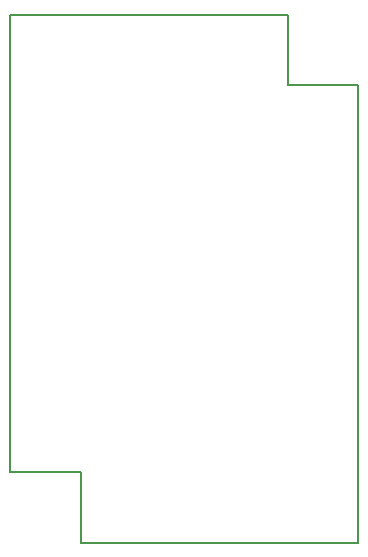
<source format=gm1>
%TF.GenerationSoftware,KiCad,Pcbnew,7.0.7*%
%TF.CreationDate,2023-09-20T03:29:36+03:00*%
%TF.ProjectId,TPB v1.1,54504220-7631-42e3-912e-6b696361645f,rev?*%
%TF.SameCoordinates,Original*%
%TF.FileFunction,Profile,NP*%
%FSLAX46Y46*%
G04 Gerber Fmt 4.6, Leading zero omitted, Abs format (unit mm)*
G04 Created by KiCad (PCBNEW 7.0.7) date 2023-09-20 03:29:36*
%MOMM*%
%LPD*%
G01*
G04 APERTURE LIST*
%TA.AperFunction,Profile*%
%ADD10C,0.200000*%
%TD*%
G04 APERTURE END LIST*
D10*
X40000000Y-184000000D02*
X40000000Y-145300000D01*
X63500000Y-145300000D02*
X40000000Y-145300000D01*
X69500000Y-151300000D02*
X69500000Y-190000000D01*
X40000000Y-184000000D02*
X46000000Y-184000000D01*
X46000000Y-190000000D02*
X69500000Y-190000000D01*
X46000000Y-184000000D02*
X46000000Y-190000000D01*
X63500000Y-145300000D02*
X63500000Y-151300000D01*
X63500000Y-151300000D02*
X69500000Y-151300000D01*
M02*

</source>
